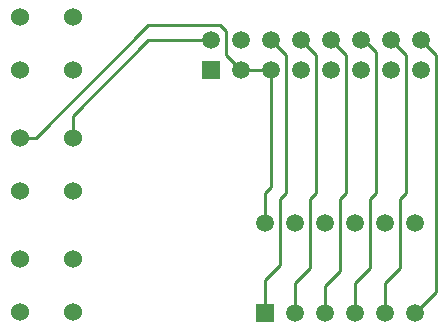
<source format=gbl>
%FSDAX24Y24*%
%MOIN*%
%SFA1B1*%

%IPPOS*%
%ADD10C,0.010000*%
%ADD22C,0.060000*%
%ADD23R,0.059060X0.059060*%
%ADD24C,0.059060*%
%ADD25R,0.059060X0.059060*%
%ADD26C,0.059060*%
%LNpcb_controlboard-1*%
%LPD*%
G54D10*
X005114Y006642D02*
X005642D01*
X009400Y010400D02*
X011800D01*
X005642Y006642D02*
X009400Y010400D01*
X011800D02*
X012000Y010200D01*
Y009400D02*
X012500Y008900D01*
X012000Y009400D02*
Y010200D01*
X006885Y006642D02*
Y007385D01*
X009400Y009900*
X011500*
X013300Y003800D02*
Y004800D01*
X013500Y005000*
Y008900*
X012500D02*
X013500D01*
X018300Y000800D02*
X019000Y001500D01*
Y009400*
X018500Y009900D02*
X019000Y009400D01*
X017300Y000800D02*
Y001800D01*
X017800Y002300*
Y004600*
X018000Y004800*
Y009400*
X017500Y009900D02*
X018000Y009400D01*
X016600Y009900D02*
X017000Y009500D01*
X016500Y009900D02*
X016600D01*
X017000Y004800D02*
Y009500D01*
X016800Y004600D02*
X017000Y004800D01*
X016800Y002300D02*
Y004600D01*
X016300Y001800D02*
X016800Y002300D01*
X016300Y000800D02*
Y001800D01*
X015300Y000800D02*
Y001700D01*
X015800Y002200*
Y004600*
X016000Y004800*
Y009400*
X015500Y009900D02*
X016000Y009400D01*
X014500Y009900D02*
X015000Y009400D01*
Y004800D02*
Y009400D01*
X014800Y004600D02*
X015000Y004800D01*
X014800Y002300D02*
Y004600D01*
X014300Y001800D02*
X014800Y002300D01*
X014300Y000800D02*
Y001800D01*
X013856Y009543D02*
X014000Y009400D01*
X013800Y002400D02*
Y004600D01*
X013300Y001900D02*
X013800Y002400D01*
X014000Y004800D02*
Y009400D01*
X013800Y004600D02*
X014000Y004800D01*
X013500Y009900D02*
X013856Y009543D01*
X013300Y000800D02*
Y001900D01*
G54D22*
X005114Y010685D03*
X006885D03*
X005114Y008914D03*
X006885D03*
X005114Y006642D03*
X006885D03*
X005114Y004871D03*
X006885D03*
X005114Y002600D03*
X006885D03*
X005114Y000828D03*
X006885D03*
G54D23*
X011500Y008900D03*
G54D24*
X011500Y009900D03*
X012500Y008900D03*
Y009900D03*
X013500Y008900D03*
Y009900D03*
X014500Y008900D03*
Y009900D03*
X015500Y008900D03*
Y009900D03*
X016500Y008900D03*
Y009900D03*
X017500Y008900D03*
Y009900D03*
X018500Y008900D03*
Y009900D03*
X018300Y000800D03*
X013300Y003800D03*
X014300D03*
X015300D03*
X016300D03*
X017300D03*
X018300D03*
G54D25*
X013300Y000800D03*
G54D26*
X014300Y000800D03*
X015300D03*
X016300D03*
X017300D03*
M02*
</source>
